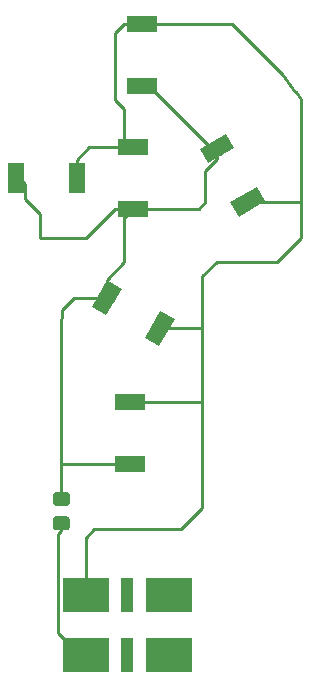
<source format=gbr>
G04 #@! TF.GenerationSoftware,KiCad,Pcbnew,5.1.4+dfsg1-1*
G04 #@! TF.CreationDate,2019-11-23T06:49:05-08:00*
G04 #@! TF.ProjectId,east-van-arrow,65617374-2d76-4616-9e2d-6172726f772e,rev?*
G04 #@! TF.SameCoordinates,Original*
G04 #@! TF.FileFunction,Copper,L2,Bot*
G04 #@! TF.FilePolarity,Positive*
%FSLAX46Y46*%
G04 Gerber Fmt 4.6, Leading zero omitted, Abs format (unit mm)*
G04 Created by KiCad (PCBNEW 5.1.4+dfsg1-1) date 2019-11-23 06:49:05*
%MOMM*%
%LPD*%
G04 APERTURE LIST*
%ADD10C,0.100000*%
%ADD11C,1.150000*%
%ADD12R,2.600000X1.400000*%
%ADD13R,1.400000X2.600000*%
%ADD14C,1.400000*%
%ADD15R,4.000000X3.000000*%
%ADD16R,1.000000X3.000000*%
%ADD17C,0.250000*%
G04 APERTURE END LIST*
D10*
G36*
X121886505Y-101035204D02*
G01*
X121910773Y-101038804D01*
X121934572Y-101044765D01*
X121957671Y-101053030D01*
X121979850Y-101063520D01*
X122000893Y-101076132D01*
X122020599Y-101090747D01*
X122038777Y-101107223D01*
X122055253Y-101125401D01*
X122069868Y-101145107D01*
X122082480Y-101166150D01*
X122092970Y-101188329D01*
X122101235Y-101211428D01*
X122107196Y-101235227D01*
X122110796Y-101259495D01*
X122112000Y-101283999D01*
X122112000Y-101934001D01*
X122110796Y-101958505D01*
X122107196Y-101982773D01*
X122101235Y-102006572D01*
X122092970Y-102029671D01*
X122082480Y-102051850D01*
X122069868Y-102072893D01*
X122055253Y-102092599D01*
X122038777Y-102110777D01*
X122020599Y-102127253D01*
X122000893Y-102141868D01*
X121979850Y-102154480D01*
X121957671Y-102164970D01*
X121934572Y-102173235D01*
X121910773Y-102179196D01*
X121886505Y-102182796D01*
X121862001Y-102184000D01*
X120961999Y-102184000D01*
X120937495Y-102182796D01*
X120913227Y-102179196D01*
X120889428Y-102173235D01*
X120866329Y-102164970D01*
X120844150Y-102154480D01*
X120823107Y-102141868D01*
X120803401Y-102127253D01*
X120785223Y-102110777D01*
X120768747Y-102092599D01*
X120754132Y-102072893D01*
X120741520Y-102051850D01*
X120731030Y-102029671D01*
X120722765Y-102006572D01*
X120716804Y-101982773D01*
X120713204Y-101958505D01*
X120712000Y-101934001D01*
X120712000Y-101283999D01*
X120713204Y-101259495D01*
X120716804Y-101235227D01*
X120722765Y-101211428D01*
X120731030Y-101188329D01*
X120741520Y-101166150D01*
X120754132Y-101145107D01*
X120768747Y-101125401D01*
X120785223Y-101107223D01*
X120803401Y-101090747D01*
X120823107Y-101076132D01*
X120844150Y-101063520D01*
X120866329Y-101053030D01*
X120889428Y-101044765D01*
X120913227Y-101038804D01*
X120937495Y-101035204D01*
X120961999Y-101034000D01*
X121862001Y-101034000D01*
X121886505Y-101035204D01*
X121886505Y-101035204D01*
G37*
D11*
X121412000Y-101609000D03*
D10*
G36*
X121886505Y-98985204D02*
G01*
X121910773Y-98988804D01*
X121934572Y-98994765D01*
X121957671Y-99003030D01*
X121979850Y-99013520D01*
X122000893Y-99026132D01*
X122020599Y-99040747D01*
X122038777Y-99057223D01*
X122055253Y-99075401D01*
X122069868Y-99095107D01*
X122082480Y-99116150D01*
X122092970Y-99138329D01*
X122101235Y-99161428D01*
X122107196Y-99185227D01*
X122110796Y-99209495D01*
X122112000Y-99233999D01*
X122112000Y-99884001D01*
X122110796Y-99908505D01*
X122107196Y-99932773D01*
X122101235Y-99956572D01*
X122092970Y-99979671D01*
X122082480Y-100001850D01*
X122069868Y-100022893D01*
X122055253Y-100042599D01*
X122038777Y-100060777D01*
X122020599Y-100077253D01*
X122000893Y-100091868D01*
X121979850Y-100104480D01*
X121957671Y-100114970D01*
X121934572Y-100123235D01*
X121910773Y-100129196D01*
X121886505Y-100132796D01*
X121862001Y-100134000D01*
X120961999Y-100134000D01*
X120937495Y-100132796D01*
X120913227Y-100129196D01*
X120889428Y-100123235D01*
X120866329Y-100114970D01*
X120844150Y-100104480D01*
X120823107Y-100091868D01*
X120803401Y-100077253D01*
X120785223Y-100060777D01*
X120768747Y-100042599D01*
X120754132Y-100022893D01*
X120741520Y-100001850D01*
X120731030Y-99979671D01*
X120722765Y-99956572D01*
X120716804Y-99932773D01*
X120713204Y-99908505D01*
X120712000Y-99884001D01*
X120712000Y-99233999D01*
X120713204Y-99209495D01*
X120716804Y-99185227D01*
X120722765Y-99161428D01*
X120731030Y-99138329D01*
X120741520Y-99116150D01*
X120754132Y-99095107D01*
X120768747Y-99075401D01*
X120785223Y-99057223D01*
X120803401Y-99040747D01*
X120823107Y-99026132D01*
X120844150Y-99013520D01*
X120866329Y-99003030D01*
X120889428Y-98994765D01*
X120913227Y-98988804D01*
X120937495Y-98985204D01*
X120961999Y-98984000D01*
X121862001Y-98984000D01*
X121886505Y-98985204D01*
X121886505Y-98985204D01*
G37*
D11*
X121412000Y-99559000D03*
D12*
X127254000Y-91380000D03*
X127254000Y-96580000D03*
D13*
X122742000Y-72390000D03*
X117542000Y-72390000D03*
D14*
X129759666Y-85120000D03*
D10*
G36*
X129803448Y-83644167D02*
G01*
X131015884Y-84344167D01*
X129715884Y-86595833D01*
X128503448Y-85895833D01*
X129803448Y-83644167D01*
X129803448Y-83644167D01*
G37*
D14*
X125256334Y-82520000D03*
D10*
G36*
X125300116Y-81044167D02*
G01*
X126512552Y-81744167D01*
X125212552Y-83995833D01*
X124000116Y-83295833D01*
X125300116Y-81044167D01*
X125300116Y-81044167D01*
G37*
D12*
X127508000Y-69790000D03*
X127508000Y-74990000D03*
X128270000Y-59376000D03*
X128270000Y-64576000D03*
D14*
X137190000Y-74387666D03*
D10*
G36*
X137965833Y-73131448D02*
G01*
X138665833Y-74343884D01*
X136414167Y-75643884D01*
X135714167Y-74431448D01*
X137965833Y-73131448D01*
X137965833Y-73131448D01*
G37*
D14*
X134590000Y-69884334D03*
D10*
G36*
X135365833Y-68628116D02*
G01*
X136065833Y-69840552D01*
X133814167Y-71140552D01*
X133114167Y-69928116D01*
X135365833Y-68628116D01*
X135365833Y-68628116D01*
G37*
D15*
X123460000Y-112756000D03*
X123460000Y-107716000D03*
D16*
X127000000Y-112756000D03*
X127000000Y-107716000D03*
D15*
X130540000Y-112756000D03*
X130540000Y-107716000D03*
D17*
X121412000Y-102284000D02*
X121412000Y-101609000D01*
X121134999Y-102561001D02*
X121412000Y-102284000D01*
X121134999Y-110930999D02*
X121134999Y-102561001D01*
X122960000Y-112756000D02*
X121134999Y-110930999D01*
X123460000Y-112756000D02*
X122960000Y-112756000D01*
X135829985Y-59376000D02*
X128270000Y-59376000D01*
X140280584Y-63865970D02*
X140143099Y-63689114D01*
X140390734Y-64007713D02*
X140280584Y-63865970D01*
X140683808Y-64385124D02*
X140589550Y-64263695D01*
X139700000Y-79502000D02*
X141732000Y-77470000D01*
X141699581Y-65698957D02*
X141608154Y-65579970D01*
X140589550Y-64263695D02*
X140502523Y-64151621D01*
X133350000Y-80699930D02*
X134547930Y-79502000D01*
X141732000Y-65741283D02*
X141699581Y-65698957D01*
X123460000Y-102854000D02*
X124206000Y-102108000D01*
X140960615Y-64742038D02*
X140864239Y-64617711D01*
X123460000Y-107716000D02*
X123460000Y-102854000D01*
X134547930Y-79502000D02*
X139700000Y-79502000D01*
X141608154Y-65579970D02*
X141518177Y-65463122D01*
X124206000Y-102108000D02*
X131572000Y-102108000D01*
X141244719Y-65108985D02*
X141148976Y-64985236D01*
X141518177Y-65463122D02*
X141431187Y-65350333D01*
X141431187Y-65350333D02*
X141334997Y-65225772D01*
X140143099Y-63689114D02*
X135829985Y-59376000D01*
X141334997Y-65225772D02*
X141244719Y-65108985D01*
X140771399Y-64498009D02*
X140683808Y-64385124D01*
X141148976Y-64985236D02*
X141053873Y-64862408D01*
X141053873Y-64862408D02*
X140960615Y-64742038D01*
X140502523Y-64151621D02*
X140390734Y-64007713D01*
X131572000Y-102108000D02*
X133350000Y-100330000D01*
X140864239Y-64617711D02*
X140771399Y-64498009D01*
X133350000Y-100330000D02*
X133350000Y-91440000D01*
X133290000Y-91380000D02*
X133350000Y-91440000D01*
X127254000Y-91380000D02*
X133290000Y-91380000D01*
X133320000Y-85120000D02*
X133350000Y-85090000D01*
X129759666Y-85120000D02*
X133320000Y-85120000D01*
X133350000Y-91440000D02*
X133350000Y-85090000D01*
X133350000Y-85090000D02*
X133350000Y-80699930D01*
X137190000Y-74387666D02*
X141697666Y-74387666D01*
X141732000Y-77470000D02*
X141732000Y-74422000D01*
X141697666Y-74387666D02*
X141732000Y-74422000D01*
X141732000Y-74422000D02*
X141732000Y-65741283D01*
X123792000Y-69790000D02*
X127508000Y-69790000D01*
X122742000Y-72390000D02*
X122742000Y-70840000D01*
X122742000Y-70840000D02*
X123792000Y-69790000D01*
X126720000Y-59376000D02*
X128270000Y-59376000D01*
X127508000Y-69790000D02*
X127448000Y-69790000D01*
X127448000Y-69790000D02*
X126746000Y-69088000D01*
X125984000Y-60112000D02*
X126720000Y-59376000D01*
X125984000Y-65786000D02*
X125984000Y-60112000D01*
X126746000Y-69088000D02*
X126746000Y-66548000D01*
X126746000Y-66548000D02*
X125984000Y-65786000D01*
X134178334Y-69884334D02*
X134590000Y-69884334D01*
X128870000Y-64576000D02*
X134178334Y-69884334D01*
X128270000Y-64576000D02*
X128870000Y-64576000D01*
X134590000Y-70792624D02*
X133604000Y-71778624D01*
X134590000Y-69884334D02*
X134590000Y-70792624D01*
X133604000Y-71778624D02*
X133604000Y-74422000D01*
X133036000Y-74990000D02*
X127508000Y-74990000D01*
X133604000Y-74422000D02*
X133036000Y-74990000D01*
X125958000Y-74990000D02*
X123478000Y-77470000D01*
X127508000Y-74990000D02*
X125958000Y-74990000D01*
X123478000Y-77470000D02*
X119634000Y-77470000D01*
X119634000Y-77470000D02*
X119634000Y-75438000D01*
X119634000Y-75438000D02*
X118364000Y-74168000D01*
X118364000Y-74168000D02*
X118364000Y-72898000D01*
X117856000Y-72390000D02*
X118364000Y-72898000D01*
X117542000Y-72390000D02*
X117856000Y-72390000D01*
X126806000Y-75692000D02*
X127508000Y-74990000D01*
X126746000Y-79530334D02*
X126746000Y-75692000D01*
X125256334Y-82520000D02*
X125256334Y-81020000D01*
X126746000Y-75692000D02*
X126806000Y-75692000D01*
X125256334Y-81020000D02*
X126746000Y-79530334D01*
X125256334Y-82520000D02*
X122458000Y-82520000D01*
X121412000Y-98884000D02*
X121412000Y-99559000D01*
X121419804Y-84387342D02*
X121412000Y-84593969D01*
X121427501Y-84185138D02*
X121419804Y-84387342D01*
X121435618Y-83973808D02*
X121427501Y-84185138D01*
X121443363Y-83774485D02*
X121435618Y-83973808D01*
X121451439Y-83569703D02*
X121443363Y-83774485D01*
X121453250Y-83524750D02*
X121451439Y-83569703D01*
X122458000Y-82520000D02*
X121453250Y-83524750D01*
X121472000Y-96580000D02*
X121412000Y-96520000D01*
X127254000Y-96580000D02*
X121472000Y-96580000D01*
X121412000Y-84593969D02*
X121412000Y-96520000D01*
X121412000Y-96520000D02*
X121412000Y-98884000D01*
M02*

</source>
